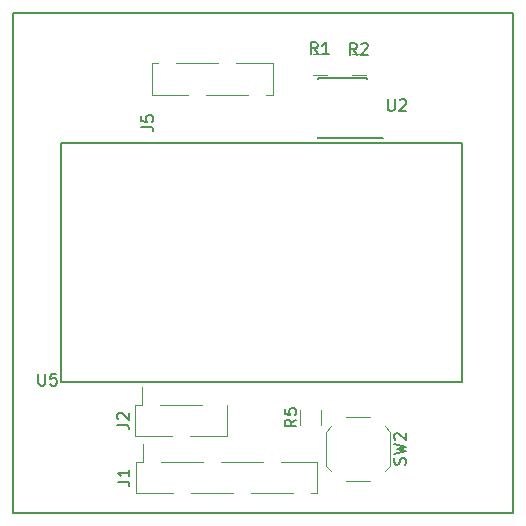
<source format=gbr>
G04 #@! TF.FileFunction,Legend,Top*
%FSLAX46Y46*%
G04 Gerber Fmt 4.6, Leading zero omitted, Abs format (unit mm)*
G04 Created by KiCad (PCBNEW 4.0.6) date Sunday, 03. June 2018 14:30:46*
%MOMM*%
%LPD*%
G01*
G04 APERTURE LIST*
%ADD10C,0.100000*%
%ADD11C,0.120000*%
%ADD12C,0.150000*%
G04 APERTURE END LIST*
D10*
D11*
X202048000Y-70824800D02*
X202048000Y-72024800D01*
X200288000Y-72024800D02*
X200288000Y-70824800D01*
X207881200Y-72616400D02*
X207881200Y-75516400D01*
X207431200Y-72166400D02*
X207881200Y-72616400D01*
X204181200Y-71366400D02*
X206181200Y-71366400D01*
X202481200Y-72616400D02*
X202931200Y-72166400D01*
X202481200Y-75516400D02*
X202481200Y-72616400D01*
X202931200Y-75966400D02*
X202481200Y-75516400D01*
X206181200Y-76766400D02*
X204181200Y-76766400D01*
X207881200Y-75516400D02*
X207431200Y-75966400D01*
D12*
X176004800Y-37168400D02*
X176004800Y-79468400D01*
X176004800Y-79468400D02*
X218304800Y-79468400D01*
X218304800Y-79468400D02*
X218304800Y-37168400D01*
X218304800Y-37168400D02*
X176004800Y-37168400D01*
D11*
X186376000Y-77834800D02*
X186376000Y-75174800D01*
X201736000Y-77834800D02*
X201736000Y-75174800D01*
X188466000Y-75174800D02*
X192026000Y-75174800D01*
X193546000Y-75174800D02*
X197106000Y-75174800D01*
X198626000Y-75174800D02*
X201736000Y-75174800D01*
X186376000Y-77834800D02*
X189486000Y-77834800D01*
X186946000Y-75174800D02*
X186946000Y-73654800D01*
X186376000Y-75174800D02*
X186946000Y-75174800D01*
X201166000Y-77834800D02*
X201736000Y-77834800D01*
X191006000Y-77834800D02*
X194566000Y-77834800D01*
X196086000Y-77834800D02*
X199646000Y-77834800D01*
X186325200Y-73008800D02*
X186325200Y-70348800D01*
X194065200Y-73008800D02*
X194065200Y-70348800D01*
X188415200Y-70348800D02*
X191975200Y-70348800D01*
X186325200Y-73008800D02*
X189435200Y-73008800D01*
X186895200Y-70348800D02*
X186895200Y-68828800D01*
X186325200Y-70348800D02*
X186895200Y-70348800D01*
X193495200Y-73008800D02*
X194065200Y-73008800D01*
X190955200Y-73008800D02*
X194065200Y-73008800D01*
D12*
X180002400Y-48218400D02*
X214002400Y-48218400D01*
X214002400Y-48218400D02*
X214002400Y-68418400D01*
X214002400Y-68418400D02*
X180002400Y-68418400D01*
X180002400Y-68418400D02*
X180002400Y-48218400D01*
D11*
X202530000Y-42383600D02*
X201330000Y-42383600D01*
X201330000Y-40623600D02*
X202530000Y-40623600D01*
X204682800Y-40623600D02*
X205882800Y-40623600D01*
X205882800Y-42383600D02*
X204682800Y-42383600D01*
X197976800Y-41443600D02*
X197976800Y-44103600D01*
X187696800Y-41443600D02*
X187696800Y-44103600D01*
X195886800Y-44103600D02*
X192326800Y-44103600D01*
X190806800Y-44103600D02*
X187696800Y-44103600D01*
X197976800Y-41443600D02*
X194866800Y-41443600D01*
X197976800Y-44103600D02*
X197406800Y-44103600D01*
X188266800Y-41443600D02*
X187696800Y-41443600D01*
X193346800Y-41443600D02*
X189786800Y-41443600D01*
D12*
X205910000Y-47787000D02*
X205910000Y-47737000D01*
X201760000Y-47787000D02*
X201760000Y-47642000D01*
X201760000Y-42637000D02*
X201760000Y-42782000D01*
X205910000Y-42637000D02*
X205910000Y-42782000D01*
X205910000Y-47787000D02*
X201760000Y-47787000D01*
X205910000Y-42637000D02*
X201760000Y-42637000D01*
X205910000Y-47737000D02*
X207310000Y-47737000D01*
X199970381Y-71591466D02*
X199494190Y-71924800D01*
X199970381Y-72162895D02*
X198970381Y-72162895D01*
X198970381Y-71781942D01*
X199018000Y-71686704D01*
X199065619Y-71639085D01*
X199160857Y-71591466D01*
X199303714Y-71591466D01*
X199398952Y-71639085D01*
X199446571Y-71686704D01*
X199494190Y-71781942D01*
X199494190Y-72162895D01*
X198970381Y-70686704D02*
X198970381Y-71162895D01*
X199446571Y-71210514D01*
X199398952Y-71162895D01*
X199351333Y-71067657D01*
X199351333Y-70829561D01*
X199398952Y-70734323D01*
X199446571Y-70686704D01*
X199541810Y-70639085D01*
X199779905Y-70639085D01*
X199875143Y-70686704D01*
X199922762Y-70734323D01*
X199970381Y-70829561D01*
X199970381Y-71067657D01*
X199922762Y-71162895D01*
X199875143Y-71210514D01*
X209185962Y-75399733D02*
X209233581Y-75256876D01*
X209233581Y-75018780D01*
X209185962Y-74923542D01*
X209138343Y-74875923D01*
X209043105Y-74828304D01*
X208947867Y-74828304D01*
X208852629Y-74875923D01*
X208805010Y-74923542D01*
X208757390Y-75018780D01*
X208709771Y-75209257D01*
X208662152Y-75304495D01*
X208614533Y-75352114D01*
X208519295Y-75399733D01*
X208424057Y-75399733D01*
X208328819Y-75352114D01*
X208281200Y-75304495D01*
X208233581Y-75209257D01*
X208233581Y-74971161D01*
X208281200Y-74828304D01*
X208233581Y-74494971D02*
X209233581Y-74256876D01*
X208519295Y-74066399D01*
X209233581Y-73875923D01*
X208233581Y-73637828D01*
X208328819Y-73304495D02*
X208281200Y-73256876D01*
X208233581Y-73161638D01*
X208233581Y-72923542D01*
X208281200Y-72828304D01*
X208328819Y-72780685D01*
X208424057Y-72733066D01*
X208519295Y-72733066D01*
X208662152Y-72780685D01*
X209233581Y-73352114D01*
X209233581Y-72733066D01*
X184828381Y-76838133D02*
X185542667Y-76838133D01*
X185685524Y-76885753D01*
X185780762Y-76980991D01*
X185828381Y-77123848D01*
X185828381Y-77219086D01*
X185828381Y-75838133D02*
X185828381Y-76409562D01*
X185828381Y-76123848D02*
X184828381Y-76123848D01*
X184971238Y-76219086D01*
X185066476Y-76314324D01*
X185114095Y-76409562D01*
X184777581Y-72012133D02*
X185491867Y-72012133D01*
X185634724Y-72059753D01*
X185729962Y-72154991D01*
X185777581Y-72297848D01*
X185777581Y-72393086D01*
X184872819Y-71583562D02*
X184825200Y-71535943D01*
X184777581Y-71440705D01*
X184777581Y-71202609D01*
X184825200Y-71107371D01*
X184872819Y-71059752D01*
X184968057Y-71012133D01*
X185063295Y-71012133D01*
X185206152Y-71059752D01*
X185777581Y-71631181D01*
X185777581Y-71012133D01*
X178117595Y-67714881D02*
X178117595Y-68524405D01*
X178165214Y-68619643D01*
X178212833Y-68667262D01*
X178308071Y-68714881D01*
X178498548Y-68714881D01*
X178593786Y-68667262D01*
X178641405Y-68619643D01*
X178689024Y-68524405D01*
X178689024Y-67714881D01*
X179641405Y-67714881D02*
X179165214Y-67714881D01*
X179117595Y-68191071D01*
X179165214Y-68143452D01*
X179260452Y-68095833D01*
X179498548Y-68095833D01*
X179593786Y-68143452D01*
X179641405Y-68191071D01*
X179689024Y-68286310D01*
X179689024Y-68524405D01*
X179641405Y-68619643D01*
X179593786Y-68667262D01*
X179498548Y-68714881D01*
X179260452Y-68714881D01*
X179165214Y-68667262D01*
X179117595Y-68619643D01*
X201763334Y-40647881D02*
X201430000Y-40171690D01*
X201191905Y-40647881D02*
X201191905Y-39647881D01*
X201572858Y-39647881D01*
X201668096Y-39695500D01*
X201715715Y-39743119D01*
X201763334Y-39838357D01*
X201763334Y-39981214D01*
X201715715Y-40076452D01*
X201668096Y-40124071D01*
X201572858Y-40171690D01*
X201191905Y-40171690D01*
X202715715Y-40647881D02*
X202144286Y-40647881D01*
X202430000Y-40647881D02*
X202430000Y-39647881D01*
X202334762Y-39790738D01*
X202239524Y-39885976D01*
X202144286Y-39933595D01*
X205065334Y-40711381D02*
X204732000Y-40235190D01*
X204493905Y-40711381D02*
X204493905Y-39711381D01*
X204874858Y-39711381D01*
X204970096Y-39759000D01*
X205017715Y-39806619D01*
X205065334Y-39901857D01*
X205065334Y-40044714D01*
X205017715Y-40139952D01*
X204970096Y-40187571D01*
X204874858Y-40235190D01*
X204493905Y-40235190D01*
X205446286Y-39806619D02*
X205493905Y-39759000D01*
X205589143Y-39711381D01*
X205827239Y-39711381D01*
X205922477Y-39759000D01*
X205970096Y-39806619D01*
X206017715Y-39901857D01*
X206017715Y-39997095D01*
X205970096Y-40139952D01*
X205398667Y-40711381D01*
X206017715Y-40711381D01*
X186840881Y-46815333D02*
X187555167Y-46815333D01*
X187698024Y-46862953D01*
X187793262Y-46958191D01*
X187840881Y-47101048D01*
X187840881Y-47196286D01*
X186840881Y-45862952D02*
X186840881Y-46339143D01*
X187317071Y-46386762D01*
X187269452Y-46339143D01*
X187221833Y-46243905D01*
X187221833Y-46005809D01*
X187269452Y-45910571D01*
X187317071Y-45862952D01*
X187412310Y-45815333D01*
X187650405Y-45815333D01*
X187745643Y-45862952D01*
X187793262Y-45910571D01*
X187840881Y-46005809D01*
X187840881Y-46243905D01*
X187793262Y-46339143D01*
X187745643Y-46386762D01*
X207708595Y-44473881D02*
X207708595Y-45283405D01*
X207756214Y-45378643D01*
X207803833Y-45426262D01*
X207899071Y-45473881D01*
X208089548Y-45473881D01*
X208184786Y-45426262D01*
X208232405Y-45378643D01*
X208280024Y-45283405D01*
X208280024Y-44473881D01*
X208708595Y-44569119D02*
X208756214Y-44521500D01*
X208851452Y-44473881D01*
X209089548Y-44473881D01*
X209184786Y-44521500D01*
X209232405Y-44569119D01*
X209280024Y-44664357D01*
X209280024Y-44759595D01*
X209232405Y-44902452D01*
X208660976Y-45473881D01*
X209280024Y-45473881D01*
M02*

</source>
